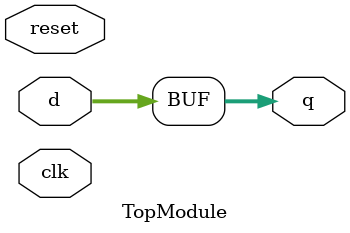
<source format=sv>

module TopModule (
  input clk,
  input [7:0] d,
  input reset,
  output reg [7:0] q
);
assign q = d;
endmodule

</source>
